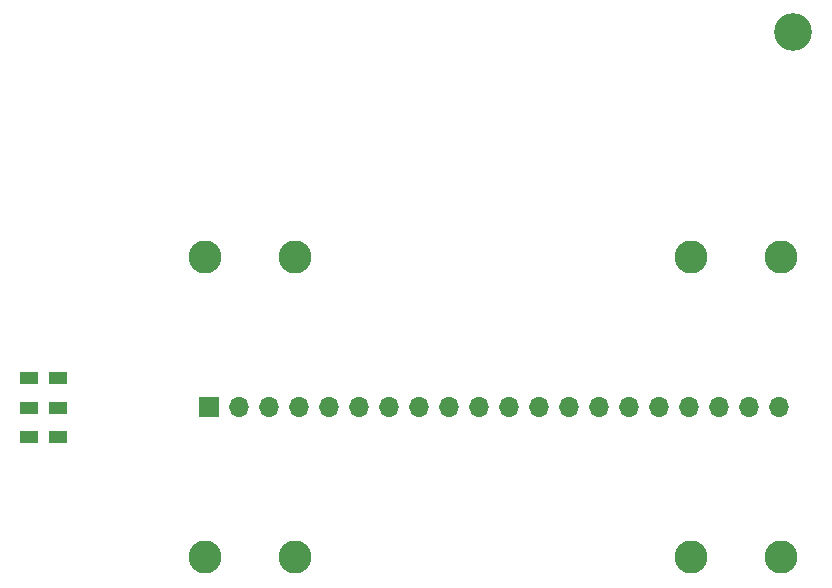
<source format=gbr>
%TF.GenerationSoftware,KiCad,Pcbnew,6.0.11+dfsg-1*%
%TF.CreationDate,2023-02-21T17:46:24-06:00*%
%TF.ProjectId,base,62617365-2e6b-4696-9361-645f70636258,A*%
%TF.SameCoordinates,Original*%
%TF.FileFunction,Soldermask,Bot*%
%TF.FilePolarity,Negative*%
%FSLAX46Y46*%
G04 Gerber Fmt 4.6, Leading zero omitted, Abs format (unit mm)*
G04 Created by KiCad (PCBNEW 6.0.11+dfsg-1) date 2023-02-21 17:46:24*
%MOMM*%
%LPD*%
G01*
G04 APERTURE LIST*
%ADD10R,1.600000X1.000000*%
%ADD11C,2.794000*%
%ADD12R,1.700000X1.700000*%
%ADD13O,1.700000X1.700000*%
%ADD14C,3.200000*%
G04 APERTURE END LIST*
D10*
%TO.C,SW1*%
X90100000Y-104140000D03*
X90100000Y-101640000D03*
X90100000Y-99140000D03*
X87700000Y-104140000D03*
X87700000Y-101640000D03*
X87700000Y-99140000D03*
%TD*%
D11*
%TO.C,BT2*%
X151384000Y-88900000D03*
X143764000Y-88900000D03*
X110236000Y-88900000D03*
X102616000Y-88900000D03*
%TD*%
%TO.C,BT1*%
X102616000Y-114300000D03*
X110236000Y-114300000D03*
X143764000Y-114300000D03*
X151384000Y-114300000D03*
%TD*%
D12*
%TO.C,J1*%
X102900000Y-101575000D03*
D13*
X105440000Y-101575000D03*
X107980000Y-101575000D03*
X110520000Y-101575000D03*
X113060000Y-101575000D03*
X115600000Y-101575000D03*
X118140000Y-101575000D03*
X120680000Y-101575000D03*
X123220000Y-101575000D03*
X125760000Y-101575000D03*
X128300000Y-101575000D03*
X130840000Y-101575000D03*
X133380000Y-101575000D03*
X135920000Y-101575000D03*
X138460000Y-101575000D03*
X141000000Y-101575000D03*
X143540000Y-101575000D03*
X146080000Y-101575000D03*
X148620000Y-101575000D03*
X151160000Y-101575000D03*
%TD*%
D14*
%TO.C,REF\u002A\u002A*%
X152400000Y-69850000D03*
%TD*%
M02*

</source>
